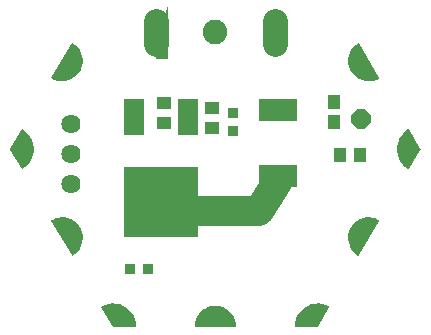
<source format=gbr>
G04 EAGLE Gerber RS-274X export*
G75*
%MOMM*%
%FSLAX34Y34*%
%LPD*%
%INSoldermask Top*%
%IPPOS*%
%AMOC8*
5,1,8,0,0,1.08239X$1,22.5*%
G01*
%ADD10C,2.540000*%
%ADD11R,0.901600X0.901600*%
%ADD12R,1.101600X1.201600*%
%ADD13R,1.701600X3.101600*%
%ADD14R,6.301600X5.901600*%
%ADD15R,3.301600X1.901600*%
%ADD16C,1.101600*%
%ADD17R,1.201600X1.101600*%
%ADD18C,2.082800*%
%ADD19C,2.082800*%
%ADD20P,1.759533X8X22.500000*%
%ADD21C,1.625600*%

G36*
X363739Y196217D02*
X363739Y196217D01*
X363768Y196214D01*
X363835Y196236D01*
X363905Y196250D01*
X363929Y196267D01*
X363957Y196276D01*
X364010Y196323D01*
X364069Y196363D01*
X364085Y196387D01*
X364107Y196407D01*
X364138Y196471D01*
X364176Y196530D01*
X364181Y196559D01*
X364193Y196585D01*
X364202Y196685D01*
X364209Y196727D01*
X364206Y196737D01*
X364208Y196751D01*
X363976Y199549D01*
X363966Y199583D01*
X363962Y199631D01*
X363273Y202352D01*
X363258Y202384D01*
X363246Y202430D01*
X362118Y205002D01*
X362098Y205030D01*
X362079Y205074D01*
X360543Y207425D01*
X360519Y207449D01*
X360493Y207490D01*
X358591Y209555D01*
X358563Y209576D01*
X358530Y209611D01*
X356315Y211336D01*
X356284Y211351D01*
X356246Y211381D01*
X353776Y212717D01*
X353743Y212727D01*
X353701Y212750D01*
X352515Y213158D01*
X351061Y213657D01*
X351045Y213662D01*
X351011Y213667D01*
X350965Y213682D01*
X348196Y214144D01*
X348161Y214143D01*
X348114Y214151D01*
X345306Y214151D01*
X345272Y214144D01*
X345224Y214144D01*
X342455Y213682D01*
X342422Y213670D01*
X342375Y213662D01*
X339719Y212750D01*
X339689Y212733D01*
X339644Y212717D01*
X337174Y211381D01*
X337148Y211359D01*
X337105Y211336D01*
X334890Y209611D01*
X334867Y209585D01*
X334829Y209555D01*
X332927Y207490D01*
X332909Y207460D01*
X332877Y207425D01*
X331341Y205074D01*
X331328Y205042D01*
X331302Y205002D01*
X330174Y202430D01*
X330167Y202397D01*
X330164Y202390D01*
X330158Y202381D01*
X330157Y202375D01*
X330147Y202352D01*
X329458Y199631D01*
X329456Y199596D01*
X329444Y199549D01*
X329212Y196751D01*
X329216Y196722D01*
X329211Y196693D01*
X329228Y196624D01*
X329236Y196554D01*
X329250Y196528D01*
X329257Y196500D01*
X329299Y196443D01*
X329334Y196381D01*
X329358Y196363D01*
X329375Y196340D01*
X329436Y196304D01*
X329493Y196261D01*
X329521Y196253D01*
X329546Y196238D01*
X329644Y196222D01*
X329685Y196211D01*
X329696Y196213D01*
X329710Y196211D01*
X363710Y196211D01*
X363739Y196217D01*
G37*
G36*
X225317Y256520D02*
X225317Y256520D01*
X225388Y256517D01*
X225415Y256527D01*
X225444Y256529D01*
X225534Y256571D01*
X225574Y256586D01*
X225582Y256594D01*
X225595Y256600D01*
X227898Y258199D01*
X227922Y258225D01*
X227962Y258252D01*
X229971Y260209D01*
X229990Y260238D01*
X230025Y260271D01*
X231684Y262532D01*
X231699Y262563D01*
X231728Y262602D01*
X232992Y265105D01*
X233001Y265139D01*
X233023Y265182D01*
X233859Y267859D01*
X233862Y267893D01*
X233877Y267939D01*
X234260Y270718D01*
X234258Y270752D01*
X234264Y270800D01*
X234185Y273603D01*
X234177Y273637D01*
X234176Y273685D01*
X233637Y276437D01*
X233623Y276469D01*
X233614Y276517D01*
X232629Y279142D01*
X232614Y279167D01*
X232609Y279187D01*
X232601Y279198D01*
X232594Y279217D01*
X231190Y281645D01*
X231167Y281671D01*
X231143Y281713D01*
X229359Y283876D01*
X229332Y283898D01*
X229301Y283935D01*
X227185Y285776D01*
X227155Y285793D01*
X227119Y285825D01*
X224728Y287292D01*
X224696Y287303D01*
X224655Y287329D01*
X222056Y288382D01*
X222022Y288389D01*
X221977Y288407D01*
X219240Y289018D01*
X219205Y289019D01*
X219158Y289030D01*
X216358Y289182D01*
X216324Y289177D01*
X216276Y289180D01*
X213488Y288870D01*
X213455Y288859D01*
X213407Y288854D01*
X210709Y288089D01*
X210679Y288073D01*
X210632Y288060D01*
X208097Y286861D01*
X208073Y286844D01*
X208046Y286834D01*
X207994Y286785D01*
X207937Y286742D01*
X207923Y286717D01*
X207902Y286697D01*
X207873Y286632D01*
X207837Y286571D01*
X207834Y286542D01*
X207822Y286515D01*
X207821Y286444D01*
X207812Y286373D01*
X207820Y286345D01*
X207820Y286316D01*
X207854Y286223D01*
X207866Y286182D01*
X207873Y286173D01*
X207878Y286160D01*
X224878Y256760D01*
X224897Y256738D01*
X224910Y256712D01*
X224963Y256664D01*
X225010Y256611D01*
X225036Y256599D01*
X225058Y256579D01*
X225125Y256556D01*
X225189Y256526D01*
X225218Y256524D01*
X225246Y256515D01*
X225317Y256520D01*
G37*
G36*
X477096Y404243D02*
X477096Y404243D01*
X477144Y404240D01*
X479932Y404550D01*
X479965Y404561D01*
X480013Y404566D01*
X482711Y405331D01*
X482741Y405347D01*
X482788Y405360D01*
X485323Y406559D01*
X485347Y406576D01*
X485374Y406586D01*
X485426Y406635D01*
X485483Y406678D01*
X485497Y406703D01*
X485519Y406723D01*
X485547Y406788D01*
X485583Y406850D01*
X485586Y406878D01*
X485598Y406905D01*
X485599Y406976D01*
X485608Y407047D01*
X485600Y407075D01*
X485600Y407104D01*
X485566Y407197D01*
X485554Y407238D01*
X485547Y407247D01*
X485542Y407260D01*
X468542Y436660D01*
X468523Y436682D01*
X468510Y436708D01*
X468457Y436756D01*
X468410Y436809D01*
X468384Y436821D01*
X468362Y436841D01*
X468295Y436864D01*
X468231Y436894D01*
X468202Y436896D01*
X468174Y436905D01*
X468103Y436900D01*
X468032Y436903D01*
X468005Y436893D01*
X467976Y436891D01*
X467886Y436849D01*
X467846Y436834D01*
X467838Y436826D01*
X467825Y436820D01*
X465522Y435221D01*
X465498Y435196D01*
X465458Y435168D01*
X463449Y433211D01*
X463430Y433182D01*
X463395Y433149D01*
X461736Y430888D01*
X461721Y430857D01*
X461692Y430818D01*
X460428Y428315D01*
X460419Y428281D01*
X460397Y428238D01*
X459561Y425561D01*
X459558Y425527D01*
X459543Y425481D01*
X459160Y422702D01*
X459162Y422668D01*
X459156Y422620D01*
X459235Y419817D01*
X459243Y419783D01*
X459244Y419735D01*
X459783Y416983D01*
X459797Y416951D01*
X459806Y416903D01*
X460791Y414278D01*
X460809Y414248D01*
X460826Y414203D01*
X462230Y411775D01*
X462253Y411749D01*
X462277Y411708D01*
X464061Y409544D01*
X464088Y409522D01*
X464119Y409485D01*
X466235Y407644D01*
X466265Y407627D01*
X466301Y407596D01*
X468692Y406128D01*
X468724Y406117D01*
X468765Y406091D01*
X471364Y405038D01*
X471398Y405031D01*
X471443Y405013D01*
X474180Y404402D01*
X474215Y404401D01*
X474262Y404390D01*
X477062Y404238D01*
X477096Y404243D01*
G37*
G36*
X468136Y256521D02*
X468136Y256521D01*
X468207Y256520D01*
X468234Y256531D01*
X468263Y256535D01*
X468325Y256569D01*
X468390Y256597D01*
X468411Y256618D01*
X468436Y256632D01*
X468499Y256708D01*
X468529Y256739D01*
X468533Y256749D01*
X468542Y256760D01*
X485542Y286160D01*
X485551Y286188D01*
X485568Y286212D01*
X485583Y286281D01*
X485605Y286349D01*
X485603Y286378D01*
X485609Y286406D01*
X485596Y286476D01*
X485590Y286547D01*
X485577Y286573D01*
X485571Y286601D01*
X485531Y286660D01*
X485499Y286723D01*
X485476Y286742D01*
X485460Y286766D01*
X485378Y286823D01*
X485345Y286850D01*
X485335Y286853D01*
X485323Y286861D01*
X482788Y288060D01*
X482754Y288068D01*
X482711Y288089D01*
X480013Y288854D01*
X479978Y288856D01*
X479932Y288870D01*
X477144Y289180D01*
X477110Y289177D01*
X477062Y289182D01*
X474262Y289030D01*
X474228Y289021D01*
X474180Y289018D01*
X471443Y288407D01*
X471411Y288393D01*
X471364Y288382D01*
X468765Y287329D01*
X468736Y287310D01*
X468692Y287292D01*
X466301Y285825D01*
X466276Y285801D01*
X466235Y285776D01*
X464119Y283935D01*
X464098Y283908D01*
X464061Y283876D01*
X462277Y281713D01*
X462261Y281682D01*
X462230Y281645D01*
X460826Y279217D01*
X460815Y279184D01*
X460808Y279171D01*
X460798Y279157D01*
X460798Y279154D01*
X460791Y279142D01*
X459806Y276517D01*
X459800Y276482D01*
X459783Y276437D01*
X459244Y273685D01*
X459244Y273651D01*
X459235Y273603D01*
X459156Y270800D01*
X459162Y270766D01*
X459160Y270718D01*
X459543Y267939D01*
X459555Y267907D01*
X459561Y267859D01*
X460397Y265182D01*
X460414Y265151D01*
X460428Y265105D01*
X461692Y262602D01*
X461714Y262575D01*
X461736Y262532D01*
X463395Y260271D01*
X463421Y260248D01*
X463449Y260209D01*
X465458Y258252D01*
X465487Y258233D01*
X465522Y258199D01*
X467825Y256600D01*
X467852Y256588D01*
X467875Y256570D01*
X467943Y256549D01*
X468008Y256521D01*
X468037Y256521D01*
X468065Y256513D01*
X468136Y256521D01*
G37*
G36*
X219158Y404390D02*
X219158Y404390D01*
X219192Y404399D01*
X219240Y404402D01*
X221977Y405013D01*
X222009Y405027D01*
X222056Y405038D01*
X224655Y406091D01*
X224684Y406110D01*
X224728Y406128D01*
X227119Y407596D01*
X227144Y407619D01*
X227185Y407644D01*
X229301Y409485D01*
X229322Y409512D01*
X229359Y409544D01*
X231143Y411708D01*
X231159Y411738D01*
X231190Y411775D01*
X232594Y414203D01*
X232605Y414236D01*
X232629Y414278D01*
X233614Y416903D01*
X233620Y416938D01*
X233637Y416983D01*
X234176Y419735D01*
X234176Y419770D01*
X234185Y419817D01*
X234264Y422620D01*
X234259Y422654D01*
X234260Y422702D01*
X233877Y425481D01*
X233865Y425513D01*
X233859Y425561D01*
X233023Y428238D01*
X233006Y428269D01*
X232992Y428315D01*
X231728Y430818D01*
X231706Y430845D01*
X231684Y430888D01*
X230025Y433149D01*
X229999Y433172D01*
X229971Y433211D01*
X227962Y435168D01*
X227933Y435187D01*
X227898Y435221D01*
X225595Y436820D01*
X225568Y436832D01*
X225545Y436850D01*
X225477Y436871D01*
X225412Y436899D01*
X225383Y436899D01*
X225355Y436907D01*
X225284Y436899D01*
X225213Y436900D01*
X225186Y436889D01*
X225157Y436885D01*
X225095Y436851D01*
X225030Y436823D01*
X225009Y436802D01*
X224984Y436788D01*
X224921Y436712D01*
X224891Y436681D01*
X224887Y436671D01*
X224878Y436660D01*
X207878Y407260D01*
X207869Y407232D01*
X207852Y407208D01*
X207837Y407139D01*
X207815Y407071D01*
X207817Y407042D01*
X207811Y407014D01*
X207824Y406944D01*
X207830Y406873D01*
X207843Y406847D01*
X207849Y406819D01*
X207889Y406760D01*
X207921Y406697D01*
X207944Y406678D01*
X207960Y406654D01*
X208042Y406597D01*
X208075Y406570D01*
X208085Y406567D01*
X208097Y406559D01*
X210632Y405360D01*
X210666Y405352D01*
X210709Y405331D01*
X213407Y404566D01*
X213442Y404564D01*
X213488Y404550D01*
X216276Y404240D01*
X216310Y404243D01*
X216358Y404238D01*
X219158Y404390D01*
G37*
G36*
X510437Y329721D02*
X510437Y329721D01*
X510508Y329721D01*
X510535Y329732D01*
X510564Y329735D01*
X510626Y329770D01*
X510691Y329798D01*
X510712Y329818D01*
X510737Y329833D01*
X510800Y329910D01*
X510830Y329940D01*
X510834Y329950D01*
X510843Y329961D01*
X520343Y346461D01*
X520353Y346493D01*
X520362Y346506D01*
X520366Y346530D01*
X520367Y346534D01*
X520398Y346604D01*
X520398Y346628D01*
X520406Y346650D01*
X520400Y346726D01*
X520401Y346803D01*
X520391Y346827D01*
X520390Y346848D01*
X520369Y346887D01*
X520343Y346959D01*
X510843Y363459D01*
X510824Y363481D01*
X510811Y363507D01*
X510758Y363555D01*
X510711Y363608D01*
X510685Y363621D01*
X510664Y363640D01*
X510596Y363663D01*
X510532Y363694D01*
X510503Y363696D01*
X510476Y363705D01*
X510404Y363700D01*
X510333Y363703D01*
X510306Y363693D01*
X510277Y363691D01*
X510187Y363649D01*
X510147Y363634D01*
X510139Y363627D01*
X510126Y363621D01*
X507603Y361879D01*
X507579Y361855D01*
X507541Y361828D01*
X505329Y359704D01*
X505310Y359676D01*
X505276Y359644D01*
X503434Y357193D01*
X503420Y357162D01*
X503391Y357125D01*
X501966Y354410D01*
X501957Y354379D01*
X501941Y354354D01*
X501940Y354346D01*
X501935Y354336D01*
X500964Y351428D01*
X500960Y351394D01*
X500945Y351350D01*
X500453Y348323D01*
X500454Y348289D01*
X500446Y348243D01*
X500446Y345177D01*
X500447Y345173D01*
X500447Y345171D01*
X500453Y345144D01*
X500453Y345097D01*
X500945Y342070D01*
X500957Y342039D01*
X500964Y341992D01*
X501935Y339084D01*
X501952Y339055D01*
X501966Y339010D01*
X503391Y336295D01*
X503413Y336269D01*
X503434Y336227D01*
X505276Y333776D01*
X505301Y333753D01*
X505329Y333716D01*
X507541Y331592D01*
X507569Y331574D01*
X507603Y331541D01*
X510126Y329799D01*
X510153Y329788D01*
X510175Y329769D01*
X510244Y329749D01*
X510309Y329721D01*
X510338Y329721D01*
X510366Y329713D01*
X510437Y329721D01*
G37*
G36*
X183016Y329720D02*
X183016Y329720D01*
X183087Y329717D01*
X183114Y329727D01*
X183143Y329729D01*
X183233Y329771D01*
X183273Y329786D01*
X183281Y329793D01*
X183294Y329799D01*
X185817Y331541D01*
X185841Y331565D01*
X185879Y331592D01*
X188091Y333716D01*
X188110Y333744D01*
X188144Y333776D01*
X189986Y336227D01*
X190000Y336258D01*
X190029Y336295D01*
X191454Y339010D01*
X191463Y339043D01*
X191485Y339084D01*
X192456Y341992D01*
X192460Y342026D01*
X192475Y342070D01*
X192967Y345097D01*
X192966Y345131D01*
X192974Y345177D01*
X192974Y348243D01*
X192967Y348276D01*
X192967Y348323D01*
X192475Y351350D01*
X192463Y351381D01*
X192456Y351428D01*
X191485Y354336D01*
X191472Y354359D01*
X191466Y354384D01*
X191459Y354393D01*
X191454Y354410D01*
X190029Y357125D01*
X190007Y357151D01*
X189986Y357193D01*
X188144Y359644D01*
X188119Y359667D01*
X188091Y359704D01*
X185879Y361828D01*
X185851Y361846D01*
X185817Y361879D01*
X183294Y363621D01*
X183267Y363632D01*
X183245Y363651D01*
X183176Y363671D01*
X183111Y363699D01*
X183082Y363699D01*
X183054Y363707D01*
X182983Y363699D01*
X182912Y363700D01*
X182885Y363688D01*
X182856Y363685D01*
X182794Y363650D01*
X182729Y363622D01*
X182708Y363602D01*
X182683Y363587D01*
X182620Y363510D01*
X182590Y363480D01*
X182586Y363470D01*
X182577Y363459D01*
X173077Y346959D01*
X173053Y346886D01*
X173022Y346816D01*
X173022Y346792D01*
X173014Y346770D01*
X173021Y346694D01*
X173020Y346617D01*
X173029Y346593D01*
X173030Y346572D01*
X173051Y346533D01*
X173070Y346481D01*
X173071Y346475D01*
X173073Y346473D01*
X173077Y346461D01*
X182577Y329961D01*
X182596Y329939D01*
X182609Y329913D01*
X182662Y329865D01*
X182709Y329812D01*
X182735Y329799D01*
X182757Y329780D01*
X182824Y329757D01*
X182888Y329726D01*
X182917Y329725D01*
X182944Y329715D01*
X183016Y329720D01*
G37*
G36*
X433386Y196226D02*
X433386Y196226D01*
X433464Y196235D01*
X433483Y196246D01*
X433505Y196250D01*
X433569Y196294D01*
X433637Y196333D01*
X433653Y196352D01*
X433669Y196363D01*
X433693Y196401D01*
X433743Y196461D01*
X443243Y212961D01*
X443252Y212988D01*
X443268Y213012D01*
X443283Y213082D01*
X443306Y213150D01*
X443303Y213178D01*
X443309Y213206D01*
X443296Y213277D01*
X443290Y213348D01*
X443277Y213373D01*
X443271Y213401D01*
X443231Y213461D01*
X443198Y213524D01*
X443176Y213542D01*
X443160Y213566D01*
X443077Y213624D01*
X443045Y213651D01*
X443034Y213654D01*
X443024Y213661D01*
X440258Y214970D01*
X440225Y214978D01*
X440182Y214998D01*
X437242Y215846D01*
X437208Y215849D01*
X437164Y215862D01*
X434126Y216227D01*
X434092Y216224D01*
X434045Y216230D01*
X430988Y216103D01*
X430955Y216095D01*
X430908Y216094D01*
X427911Y215478D01*
X427880Y215465D01*
X427834Y215456D01*
X424974Y214367D01*
X424946Y214349D01*
X424902Y214333D01*
X422254Y212799D01*
X422228Y212777D01*
X422188Y212754D01*
X419820Y210816D01*
X419798Y210789D01*
X419762Y210760D01*
X417735Y208467D01*
X417719Y208438D01*
X417687Y208403D01*
X416055Y205815D01*
X416043Y205783D01*
X416018Y205744D01*
X414822Y202927D01*
X414815Y202894D01*
X414812Y202887D01*
X414808Y202881D01*
X414807Y202875D01*
X414796Y202851D01*
X414068Y199879D01*
X414066Y199845D01*
X414055Y199800D01*
X413812Y196750D01*
X413816Y196721D01*
X413811Y196693D01*
X413828Y196624D01*
X413836Y196552D01*
X413851Y196528D01*
X413857Y196500D01*
X413900Y196442D01*
X413936Y196380D01*
X413958Y196363D01*
X413975Y196340D01*
X414037Y196303D01*
X414094Y196260D01*
X414122Y196253D01*
X414146Y196238D01*
X414246Y196222D01*
X414287Y196211D01*
X414297Y196213D01*
X414310Y196211D01*
X433310Y196211D01*
X433386Y196226D01*
G37*
G36*
X279138Y196216D02*
X279138Y196216D01*
X279166Y196214D01*
X279234Y196236D01*
X279305Y196250D01*
X279328Y196266D01*
X279355Y196275D01*
X279410Y196322D01*
X279469Y196363D01*
X279484Y196387D01*
X279506Y196405D01*
X279537Y196470D01*
X279576Y196530D01*
X279581Y196558D01*
X279593Y196584D01*
X279602Y196685D01*
X279609Y196727D01*
X279607Y196737D01*
X279608Y196750D01*
X279365Y199800D01*
X279356Y199832D01*
X279352Y199879D01*
X278624Y202851D01*
X278609Y202882D01*
X278598Y202927D01*
X277402Y205744D01*
X277383Y205772D01*
X277365Y205815D01*
X275733Y208403D01*
X275709Y208427D01*
X275685Y208467D01*
X273658Y210760D01*
X273631Y210780D01*
X273600Y210816D01*
X271233Y212754D01*
X271202Y212770D01*
X271166Y212799D01*
X268518Y214333D01*
X268486Y214343D01*
X268446Y214367D01*
X265586Y215456D01*
X265553Y215461D01*
X265509Y215478D01*
X262512Y216094D01*
X262478Y216094D01*
X262432Y216103D01*
X259375Y216230D01*
X259341Y216225D01*
X259294Y216227D01*
X256256Y215862D01*
X256224Y215851D01*
X256178Y215846D01*
X253238Y214998D01*
X253208Y214982D01*
X253163Y214970D01*
X250397Y213661D01*
X250374Y213644D01*
X250347Y213634D01*
X250295Y213585D01*
X250237Y213542D01*
X250223Y213517D01*
X250202Y213498D01*
X250173Y213432D01*
X250137Y213370D01*
X250134Y213342D01*
X250122Y213316D01*
X250121Y213244D01*
X250112Y213173D01*
X250120Y213146D01*
X250120Y213117D01*
X250155Y213022D01*
X250166Y212982D01*
X250173Y212973D01*
X250177Y212961D01*
X259677Y196461D01*
X259729Y196403D01*
X259775Y196340D01*
X259794Y196329D01*
X259809Y196312D01*
X259879Y196278D01*
X259946Y196238D01*
X259971Y196234D01*
X259988Y196226D01*
X260033Y196224D01*
X260110Y196211D01*
X279110Y196211D01*
X279138Y196216D01*
G37*
G36*
X306090Y423422D02*
X306090Y423422D01*
X306109Y423420D01*
X306211Y423442D01*
X306313Y423459D01*
X306330Y423468D01*
X306350Y423472D01*
X306439Y423525D01*
X306530Y423574D01*
X306544Y423588D01*
X306561Y423598D01*
X306628Y423677D01*
X306700Y423752D01*
X306708Y423770D01*
X306721Y423785D01*
X306760Y423881D01*
X306803Y423975D01*
X306805Y423995D01*
X306813Y424013D01*
X306831Y424180D01*
X306831Y466090D01*
X306824Y466134D01*
X306826Y466178D01*
X306804Y466254D01*
X306792Y466333D01*
X306771Y466372D01*
X306759Y466414D01*
X306714Y466480D01*
X306676Y466550D01*
X306644Y466581D01*
X306619Y466617D01*
X306556Y466665D01*
X306498Y466720D01*
X306458Y466738D01*
X306423Y466765D01*
X306347Y466790D01*
X306275Y466823D01*
X306231Y466828D01*
X306189Y466842D01*
X306109Y466841D01*
X306031Y466850D01*
X305987Y466841D01*
X305943Y466841D01*
X305868Y466815D01*
X305790Y466798D01*
X305752Y466775D01*
X305710Y466761D01*
X305647Y466713D01*
X305579Y466672D01*
X305550Y466638D01*
X305515Y466611D01*
X305471Y466545D01*
X305419Y466485D01*
X305403Y466444D01*
X305378Y466407D01*
X305333Y466270D01*
X305327Y466257D01*
X305327Y466252D01*
X305325Y466248D01*
X296435Y424338D01*
X296431Y424239D01*
X296420Y424141D01*
X296425Y424117D01*
X296424Y424092D01*
X296451Y423997D01*
X296472Y423900D01*
X296485Y423879D01*
X296491Y423856D01*
X296547Y423774D01*
X296598Y423689D01*
X296617Y423673D01*
X296631Y423653D01*
X296710Y423594D01*
X296785Y423529D01*
X296808Y423520D01*
X296827Y423505D01*
X296921Y423474D01*
X297013Y423437D01*
X297043Y423434D01*
X297061Y423428D01*
X297094Y423428D01*
X297180Y423419D01*
X306070Y423419D01*
X306090Y423422D01*
G37*
D10*
X400050Y320040D02*
X383540Y294640D01*
X307340Y294640D01*
D11*
X289440Y245110D03*
X274440Y245110D03*
D12*
X452510Y341630D03*
X469510Y341630D03*
D13*
X323215Y374060D03*
X277495Y374060D03*
D14*
X300355Y302260D03*
D12*
X447040Y386960D03*
X447040Y369960D03*
D15*
X400050Y323730D03*
X400050Y379730D03*
D16*
X511910Y346710D03*
X429310Y203610D03*
X264110Y203610D03*
X181510Y346710D03*
X470610Y418210D03*
X470610Y275210D03*
X346710Y203610D03*
X222810Y275210D03*
X222810Y418210D03*
D17*
X344170Y364880D03*
X344170Y381880D03*
D11*
X361950Y362070D03*
X361950Y377070D03*
D18*
X396748Y435864D02*
X396748Y455676D01*
D19*
X346710Y445770D03*
D18*
X296672Y455676D02*
X296672Y435864D01*
D17*
X303530Y368690D03*
X303530Y385690D03*
D20*
X469900Y372110D03*
D21*
X224790Y368300D03*
X224790Y342900D03*
X224790Y317500D03*
M02*

</source>
